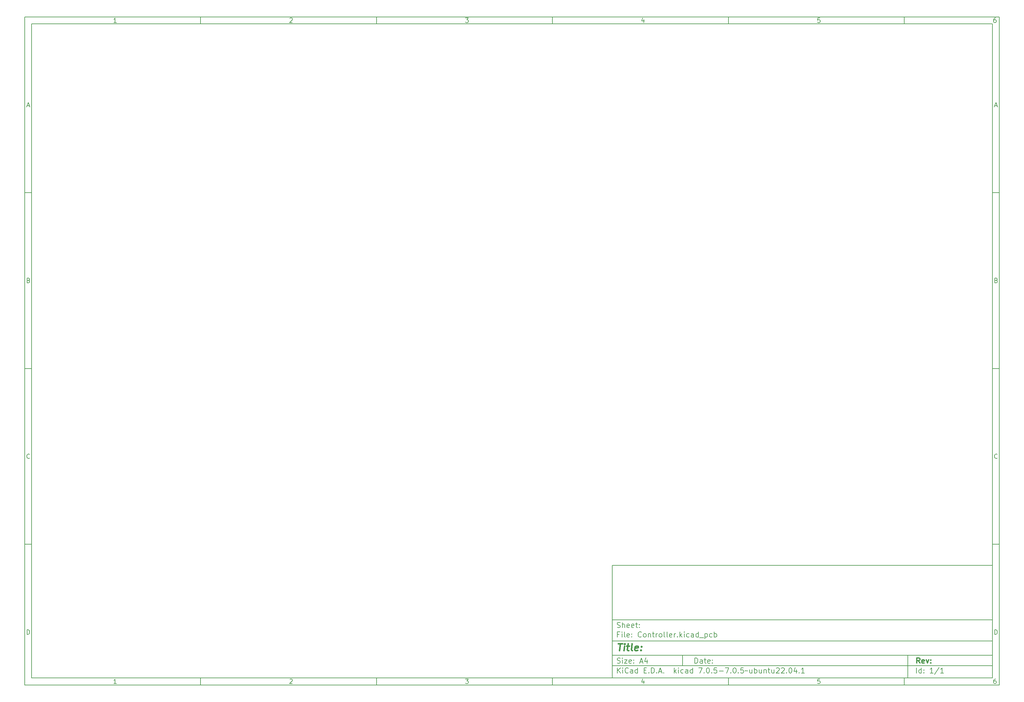
<source format=gbr>
%TF.GenerationSoftware,KiCad,Pcbnew,7.0.5-7.0.5~ubuntu22.04.1*%
%TF.CreationDate,2023-06-29T11:19:58+05:30*%
%TF.ProjectId,Controller,436f6e74-726f-46c6-9c65-722e6b696361,rev?*%
%TF.SameCoordinates,Original*%
%TF.FileFunction,Paste,Top*%
%TF.FilePolarity,Positive*%
%FSLAX46Y46*%
G04 Gerber Fmt 4.6, Leading zero omitted, Abs format (unit mm)*
G04 Created by KiCad (PCBNEW 7.0.5-7.0.5~ubuntu22.04.1) date 2023-06-29 11:19:58*
%MOMM*%
%LPD*%
G01*
G04 APERTURE LIST*
%ADD10C,0.100000*%
%ADD11C,0.150000*%
%ADD12C,0.300000*%
%ADD13C,0.400000*%
G04 APERTURE END LIST*
D10*
D11*
X177002200Y-166007200D02*
X285002200Y-166007200D01*
X285002200Y-198007200D01*
X177002200Y-198007200D01*
X177002200Y-166007200D01*
D10*
D11*
X10000000Y-10000000D02*
X287002200Y-10000000D01*
X287002200Y-200007200D01*
X10000000Y-200007200D01*
X10000000Y-10000000D01*
D10*
D11*
X12000000Y-12000000D02*
X285002200Y-12000000D01*
X285002200Y-198007200D01*
X12000000Y-198007200D01*
X12000000Y-12000000D01*
D10*
D11*
X60000000Y-12000000D02*
X60000000Y-10000000D01*
D10*
D11*
X110000000Y-12000000D02*
X110000000Y-10000000D01*
D10*
D11*
X160000000Y-12000000D02*
X160000000Y-10000000D01*
D10*
D11*
X210000000Y-12000000D02*
X210000000Y-10000000D01*
D10*
D11*
X260000000Y-12000000D02*
X260000000Y-10000000D01*
D10*
D11*
X36089160Y-11593604D02*
X35346303Y-11593604D01*
X35717731Y-11593604D02*
X35717731Y-10293604D01*
X35717731Y-10293604D02*
X35593922Y-10479319D01*
X35593922Y-10479319D02*
X35470112Y-10603128D01*
X35470112Y-10603128D02*
X35346303Y-10665033D01*
D10*
D11*
X85346303Y-10417414D02*
X85408207Y-10355509D01*
X85408207Y-10355509D02*
X85532017Y-10293604D01*
X85532017Y-10293604D02*
X85841541Y-10293604D01*
X85841541Y-10293604D02*
X85965350Y-10355509D01*
X85965350Y-10355509D02*
X86027255Y-10417414D01*
X86027255Y-10417414D02*
X86089160Y-10541223D01*
X86089160Y-10541223D02*
X86089160Y-10665033D01*
X86089160Y-10665033D02*
X86027255Y-10850747D01*
X86027255Y-10850747D02*
X85284398Y-11593604D01*
X85284398Y-11593604D02*
X86089160Y-11593604D01*
D10*
D11*
X135284398Y-10293604D02*
X136089160Y-10293604D01*
X136089160Y-10293604D02*
X135655826Y-10788842D01*
X135655826Y-10788842D02*
X135841541Y-10788842D01*
X135841541Y-10788842D02*
X135965350Y-10850747D01*
X135965350Y-10850747D02*
X136027255Y-10912652D01*
X136027255Y-10912652D02*
X136089160Y-11036461D01*
X136089160Y-11036461D02*
X136089160Y-11345985D01*
X136089160Y-11345985D02*
X136027255Y-11469795D01*
X136027255Y-11469795D02*
X135965350Y-11531700D01*
X135965350Y-11531700D02*
X135841541Y-11593604D01*
X135841541Y-11593604D02*
X135470112Y-11593604D01*
X135470112Y-11593604D02*
X135346303Y-11531700D01*
X135346303Y-11531700D02*
X135284398Y-11469795D01*
D10*
D11*
X185965350Y-10726938D02*
X185965350Y-11593604D01*
X185655826Y-10231700D02*
X185346303Y-11160271D01*
X185346303Y-11160271D02*
X186151064Y-11160271D01*
D10*
D11*
X236027255Y-10293604D02*
X235408207Y-10293604D01*
X235408207Y-10293604D02*
X235346303Y-10912652D01*
X235346303Y-10912652D02*
X235408207Y-10850747D01*
X235408207Y-10850747D02*
X235532017Y-10788842D01*
X235532017Y-10788842D02*
X235841541Y-10788842D01*
X235841541Y-10788842D02*
X235965350Y-10850747D01*
X235965350Y-10850747D02*
X236027255Y-10912652D01*
X236027255Y-10912652D02*
X236089160Y-11036461D01*
X236089160Y-11036461D02*
X236089160Y-11345985D01*
X236089160Y-11345985D02*
X236027255Y-11469795D01*
X236027255Y-11469795D02*
X235965350Y-11531700D01*
X235965350Y-11531700D02*
X235841541Y-11593604D01*
X235841541Y-11593604D02*
X235532017Y-11593604D01*
X235532017Y-11593604D02*
X235408207Y-11531700D01*
X235408207Y-11531700D02*
X235346303Y-11469795D01*
D10*
D11*
X285965350Y-10293604D02*
X285717731Y-10293604D01*
X285717731Y-10293604D02*
X285593922Y-10355509D01*
X285593922Y-10355509D02*
X285532017Y-10417414D01*
X285532017Y-10417414D02*
X285408207Y-10603128D01*
X285408207Y-10603128D02*
X285346303Y-10850747D01*
X285346303Y-10850747D02*
X285346303Y-11345985D01*
X285346303Y-11345985D02*
X285408207Y-11469795D01*
X285408207Y-11469795D02*
X285470112Y-11531700D01*
X285470112Y-11531700D02*
X285593922Y-11593604D01*
X285593922Y-11593604D02*
X285841541Y-11593604D01*
X285841541Y-11593604D02*
X285965350Y-11531700D01*
X285965350Y-11531700D02*
X286027255Y-11469795D01*
X286027255Y-11469795D02*
X286089160Y-11345985D01*
X286089160Y-11345985D02*
X286089160Y-11036461D01*
X286089160Y-11036461D02*
X286027255Y-10912652D01*
X286027255Y-10912652D02*
X285965350Y-10850747D01*
X285965350Y-10850747D02*
X285841541Y-10788842D01*
X285841541Y-10788842D02*
X285593922Y-10788842D01*
X285593922Y-10788842D02*
X285470112Y-10850747D01*
X285470112Y-10850747D02*
X285408207Y-10912652D01*
X285408207Y-10912652D02*
X285346303Y-11036461D01*
D10*
D11*
X60000000Y-198007200D02*
X60000000Y-200007200D01*
D10*
D11*
X110000000Y-198007200D02*
X110000000Y-200007200D01*
D10*
D11*
X160000000Y-198007200D02*
X160000000Y-200007200D01*
D10*
D11*
X210000000Y-198007200D02*
X210000000Y-200007200D01*
D10*
D11*
X260000000Y-198007200D02*
X260000000Y-200007200D01*
D10*
D11*
X36089160Y-199600804D02*
X35346303Y-199600804D01*
X35717731Y-199600804D02*
X35717731Y-198300804D01*
X35717731Y-198300804D02*
X35593922Y-198486519D01*
X35593922Y-198486519D02*
X35470112Y-198610328D01*
X35470112Y-198610328D02*
X35346303Y-198672233D01*
D10*
D11*
X85346303Y-198424614D02*
X85408207Y-198362709D01*
X85408207Y-198362709D02*
X85532017Y-198300804D01*
X85532017Y-198300804D02*
X85841541Y-198300804D01*
X85841541Y-198300804D02*
X85965350Y-198362709D01*
X85965350Y-198362709D02*
X86027255Y-198424614D01*
X86027255Y-198424614D02*
X86089160Y-198548423D01*
X86089160Y-198548423D02*
X86089160Y-198672233D01*
X86089160Y-198672233D02*
X86027255Y-198857947D01*
X86027255Y-198857947D02*
X85284398Y-199600804D01*
X85284398Y-199600804D02*
X86089160Y-199600804D01*
D10*
D11*
X135284398Y-198300804D02*
X136089160Y-198300804D01*
X136089160Y-198300804D02*
X135655826Y-198796042D01*
X135655826Y-198796042D02*
X135841541Y-198796042D01*
X135841541Y-198796042D02*
X135965350Y-198857947D01*
X135965350Y-198857947D02*
X136027255Y-198919852D01*
X136027255Y-198919852D02*
X136089160Y-199043661D01*
X136089160Y-199043661D02*
X136089160Y-199353185D01*
X136089160Y-199353185D02*
X136027255Y-199476995D01*
X136027255Y-199476995D02*
X135965350Y-199538900D01*
X135965350Y-199538900D02*
X135841541Y-199600804D01*
X135841541Y-199600804D02*
X135470112Y-199600804D01*
X135470112Y-199600804D02*
X135346303Y-199538900D01*
X135346303Y-199538900D02*
X135284398Y-199476995D01*
D10*
D11*
X185965350Y-198734138D02*
X185965350Y-199600804D01*
X185655826Y-198238900D02*
X185346303Y-199167471D01*
X185346303Y-199167471D02*
X186151064Y-199167471D01*
D10*
D11*
X236027255Y-198300804D02*
X235408207Y-198300804D01*
X235408207Y-198300804D02*
X235346303Y-198919852D01*
X235346303Y-198919852D02*
X235408207Y-198857947D01*
X235408207Y-198857947D02*
X235532017Y-198796042D01*
X235532017Y-198796042D02*
X235841541Y-198796042D01*
X235841541Y-198796042D02*
X235965350Y-198857947D01*
X235965350Y-198857947D02*
X236027255Y-198919852D01*
X236027255Y-198919852D02*
X236089160Y-199043661D01*
X236089160Y-199043661D02*
X236089160Y-199353185D01*
X236089160Y-199353185D02*
X236027255Y-199476995D01*
X236027255Y-199476995D02*
X235965350Y-199538900D01*
X235965350Y-199538900D02*
X235841541Y-199600804D01*
X235841541Y-199600804D02*
X235532017Y-199600804D01*
X235532017Y-199600804D02*
X235408207Y-199538900D01*
X235408207Y-199538900D02*
X235346303Y-199476995D01*
D10*
D11*
X285965350Y-198300804D02*
X285717731Y-198300804D01*
X285717731Y-198300804D02*
X285593922Y-198362709D01*
X285593922Y-198362709D02*
X285532017Y-198424614D01*
X285532017Y-198424614D02*
X285408207Y-198610328D01*
X285408207Y-198610328D02*
X285346303Y-198857947D01*
X285346303Y-198857947D02*
X285346303Y-199353185D01*
X285346303Y-199353185D02*
X285408207Y-199476995D01*
X285408207Y-199476995D02*
X285470112Y-199538900D01*
X285470112Y-199538900D02*
X285593922Y-199600804D01*
X285593922Y-199600804D02*
X285841541Y-199600804D01*
X285841541Y-199600804D02*
X285965350Y-199538900D01*
X285965350Y-199538900D02*
X286027255Y-199476995D01*
X286027255Y-199476995D02*
X286089160Y-199353185D01*
X286089160Y-199353185D02*
X286089160Y-199043661D01*
X286089160Y-199043661D02*
X286027255Y-198919852D01*
X286027255Y-198919852D02*
X285965350Y-198857947D01*
X285965350Y-198857947D02*
X285841541Y-198796042D01*
X285841541Y-198796042D02*
X285593922Y-198796042D01*
X285593922Y-198796042D02*
X285470112Y-198857947D01*
X285470112Y-198857947D02*
X285408207Y-198919852D01*
X285408207Y-198919852D02*
X285346303Y-199043661D01*
D10*
D11*
X10000000Y-60000000D02*
X12000000Y-60000000D01*
D10*
D11*
X10000000Y-110000000D02*
X12000000Y-110000000D01*
D10*
D11*
X10000000Y-160000000D02*
X12000000Y-160000000D01*
D10*
D11*
X10690476Y-35222176D02*
X11309523Y-35222176D01*
X10566666Y-35593604D02*
X10999999Y-34293604D01*
X10999999Y-34293604D02*
X11433333Y-35593604D01*
D10*
D11*
X11092857Y-84912652D02*
X11278571Y-84974557D01*
X11278571Y-84974557D02*
X11340476Y-85036461D01*
X11340476Y-85036461D02*
X11402380Y-85160271D01*
X11402380Y-85160271D02*
X11402380Y-85345985D01*
X11402380Y-85345985D02*
X11340476Y-85469795D01*
X11340476Y-85469795D02*
X11278571Y-85531700D01*
X11278571Y-85531700D02*
X11154761Y-85593604D01*
X11154761Y-85593604D02*
X10659523Y-85593604D01*
X10659523Y-85593604D02*
X10659523Y-84293604D01*
X10659523Y-84293604D02*
X11092857Y-84293604D01*
X11092857Y-84293604D02*
X11216666Y-84355509D01*
X11216666Y-84355509D02*
X11278571Y-84417414D01*
X11278571Y-84417414D02*
X11340476Y-84541223D01*
X11340476Y-84541223D02*
X11340476Y-84665033D01*
X11340476Y-84665033D02*
X11278571Y-84788842D01*
X11278571Y-84788842D02*
X11216666Y-84850747D01*
X11216666Y-84850747D02*
X11092857Y-84912652D01*
X11092857Y-84912652D02*
X10659523Y-84912652D01*
D10*
D11*
X11402380Y-135469795D02*
X11340476Y-135531700D01*
X11340476Y-135531700D02*
X11154761Y-135593604D01*
X11154761Y-135593604D02*
X11030952Y-135593604D01*
X11030952Y-135593604D02*
X10845238Y-135531700D01*
X10845238Y-135531700D02*
X10721428Y-135407890D01*
X10721428Y-135407890D02*
X10659523Y-135284080D01*
X10659523Y-135284080D02*
X10597619Y-135036461D01*
X10597619Y-135036461D02*
X10597619Y-134850747D01*
X10597619Y-134850747D02*
X10659523Y-134603128D01*
X10659523Y-134603128D02*
X10721428Y-134479319D01*
X10721428Y-134479319D02*
X10845238Y-134355509D01*
X10845238Y-134355509D02*
X11030952Y-134293604D01*
X11030952Y-134293604D02*
X11154761Y-134293604D01*
X11154761Y-134293604D02*
X11340476Y-134355509D01*
X11340476Y-134355509D02*
X11402380Y-134417414D01*
D10*
D11*
X10659523Y-185593604D02*
X10659523Y-184293604D01*
X10659523Y-184293604D02*
X10969047Y-184293604D01*
X10969047Y-184293604D02*
X11154761Y-184355509D01*
X11154761Y-184355509D02*
X11278571Y-184479319D01*
X11278571Y-184479319D02*
X11340476Y-184603128D01*
X11340476Y-184603128D02*
X11402380Y-184850747D01*
X11402380Y-184850747D02*
X11402380Y-185036461D01*
X11402380Y-185036461D02*
X11340476Y-185284080D01*
X11340476Y-185284080D02*
X11278571Y-185407890D01*
X11278571Y-185407890D02*
X11154761Y-185531700D01*
X11154761Y-185531700D02*
X10969047Y-185593604D01*
X10969047Y-185593604D02*
X10659523Y-185593604D01*
D10*
D11*
X287002200Y-60000000D02*
X285002200Y-60000000D01*
D10*
D11*
X287002200Y-110000000D02*
X285002200Y-110000000D01*
D10*
D11*
X287002200Y-160000000D02*
X285002200Y-160000000D01*
D10*
D11*
X285692676Y-35222176D02*
X286311723Y-35222176D01*
X285568866Y-35593604D02*
X286002199Y-34293604D01*
X286002199Y-34293604D02*
X286435533Y-35593604D01*
D10*
D11*
X286095057Y-84912652D02*
X286280771Y-84974557D01*
X286280771Y-84974557D02*
X286342676Y-85036461D01*
X286342676Y-85036461D02*
X286404580Y-85160271D01*
X286404580Y-85160271D02*
X286404580Y-85345985D01*
X286404580Y-85345985D02*
X286342676Y-85469795D01*
X286342676Y-85469795D02*
X286280771Y-85531700D01*
X286280771Y-85531700D02*
X286156961Y-85593604D01*
X286156961Y-85593604D02*
X285661723Y-85593604D01*
X285661723Y-85593604D02*
X285661723Y-84293604D01*
X285661723Y-84293604D02*
X286095057Y-84293604D01*
X286095057Y-84293604D02*
X286218866Y-84355509D01*
X286218866Y-84355509D02*
X286280771Y-84417414D01*
X286280771Y-84417414D02*
X286342676Y-84541223D01*
X286342676Y-84541223D02*
X286342676Y-84665033D01*
X286342676Y-84665033D02*
X286280771Y-84788842D01*
X286280771Y-84788842D02*
X286218866Y-84850747D01*
X286218866Y-84850747D02*
X286095057Y-84912652D01*
X286095057Y-84912652D02*
X285661723Y-84912652D01*
D10*
D11*
X286404580Y-135469795D02*
X286342676Y-135531700D01*
X286342676Y-135531700D02*
X286156961Y-135593604D01*
X286156961Y-135593604D02*
X286033152Y-135593604D01*
X286033152Y-135593604D02*
X285847438Y-135531700D01*
X285847438Y-135531700D02*
X285723628Y-135407890D01*
X285723628Y-135407890D02*
X285661723Y-135284080D01*
X285661723Y-135284080D02*
X285599819Y-135036461D01*
X285599819Y-135036461D02*
X285599819Y-134850747D01*
X285599819Y-134850747D02*
X285661723Y-134603128D01*
X285661723Y-134603128D02*
X285723628Y-134479319D01*
X285723628Y-134479319D02*
X285847438Y-134355509D01*
X285847438Y-134355509D02*
X286033152Y-134293604D01*
X286033152Y-134293604D02*
X286156961Y-134293604D01*
X286156961Y-134293604D02*
X286342676Y-134355509D01*
X286342676Y-134355509D02*
X286404580Y-134417414D01*
D10*
D11*
X285661723Y-185593604D02*
X285661723Y-184293604D01*
X285661723Y-184293604D02*
X285971247Y-184293604D01*
X285971247Y-184293604D02*
X286156961Y-184355509D01*
X286156961Y-184355509D02*
X286280771Y-184479319D01*
X286280771Y-184479319D02*
X286342676Y-184603128D01*
X286342676Y-184603128D02*
X286404580Y-184850747D01*
X286404580Y-184850747D02*
X286404580Y-185036461D01*
X286404580Y-185036461D02*
X286342676Y-185284080D01*
X286342676Y-185284080D02*
X286280771Y-185407890D01*
X286280771Y-185407890D02*
X286156961Y-185531700D01*
X286156961Y-185531700D02*
X285971247Y-185593604D01*
X285971247Y-185593604D02*
X285661723Y-185593604D01*
D10*
D11*
X200458026Y-193793328D02*
X200458026Y-192293328D01*
X200458026Y-192293328D02*
X200815169Y-192293328D01*
X200815169Y-192293328D02*
X201029455Y-192364757D01*
X201029455Y-192364757D02*
X201172312Y-192507614D01*
X201172312Y-192507614D02*
X201243741Y-192650471D01*
X201243741Y-192650471D02*
X201315169Y-192936185D01*
X201315169Y-192936185D02*
X201315169Y-193150471D01*
X201315169Y-193150471D02*
X201243741Y-193436185D01*
X201243741Y-193436185D02*
X201172312Y-193579042D01*
X201172312Y-193579042D02*
X201029455Y-193721900D01*
X201029455Y-193721900D02*
X200815169Y-193793328D01*
X200815169Y-193793328D02*
X200458026Y-193793328D01*
X202600884Y-193793328D02*
X202600884Y-193007614D01*
X202600884Y-193007614D02*
X202529455Y-192864757D01*
X202529455Y-192864757D02*
X202386598Y-192793328D01*
X202386598Y-192793328D02*
X202100884Y-192793328D01*
X202100884Y-192793328D02*
X201958026Y-192864757D01*
X202600884Y-193721900D02*
X202458026Y-193793328D01*
X202458026Y-193793328D02*
X202100884Y-193793328D01*
X202100884Y-193793328D02*
X201958026Y-193721900D01*
X201958026Y-193721900D02*
X201886598Y-193579042D01*
X201886598Y-193579042D02*
X201886598Y-193436185D01*
X201886598Y-193436185D02*
X201958026Y-193293328D01*
X201958026Y-193293328D02*
X202100884Y-193221900D01*
X202100884Y-193221900D02*
X202458026Y-193221900D01*
X202458026Y-193221900D02*
X202600884Y-193150471D01*
X203100884Y-192793328D02*
X203672312Y-192793328D01*
X203315169Y-192293328D02*
X203315169Y-193579042D01*
X203315169Y-193579042D02*
X203386598Y-193721900D01*
X203386598Y-193721900D02*
X203529455Y-193793328D01*
X203529455Y-193793328D02*
X203672312Y-193793328D01*
X204743741Y-193721900D02*
X204600884Y-193793328D01*
X204600884Y-193793328D02*
X204315170Y-193793328D01*
X204315170Y-193793328D02*
X204172312Y-193721900D01*
X204172312Y-193721900D02*
X204100884Y-193579042D01*
X204100884Y-193579042D02*
X204100884Y-193007614D01*
X204100884Y-193007614D02*
X204172312Y-192864757D01*
X204172312Y-192864757D02*
X204315170Y-192793328D01*
X204315170Y-192793328D02*
X204600884Y-192793328D01*
X204600884Y-192793328D02*
X204743741Y-192864757D01*
X204743741Y-192864757D02*
X204815170Y-193007614D01*
X204815170Y-193007614D02*
X204815170Y-193150471D01*
X204815170Y-193150471D02*
X204100884Y-193293328D01*
X205458026Y-193650471D02*
X205529455Y-193721900D01*
X205529455Y-193721900D02*
X205458026Y-193793328D01*
X205458026Y-193793328D02*
X205386598Y-193721900D01*
X205386598Y-193721900D02*
X205458026Y-193650471D01*
X205458026Y-193650471D02*
X205458026Y-193793328D01*
X205458026Y-192864757D02*
X205529455Y-192936185D01*
X205529455Y-192936185D02*
X205458026Y-193007614D01*
X205458026Y-193007614D02*
X205386598Y-192936185D01*
X205386598Y-192936185D02*
X205458026Y-192864757D01*
X205458026Y-192864757D02*
X205458026Y-193007614D01*
D10*
D11*
X177002200Y-194507200D02*
X285002200Y-194507200D01*
D10*
D11*
X178458026Y-196593328D02*
X178458026Y-195093328D01*
X179315169Y-196593328D02*
X178672312Y-195736185D01*
X179315169Y-195093328D02*
X178458026Y-195950471D01*
X179958026Y-196593328D02*
X179958026Y-195593328D01*
X179958026Y-195093328D02*
X179886598Y-195164757D01*
X179886598Y-195164757D02*
X179958026Y-195236185D01*
X179958026Y-195236185D02*
X180029455Y-195164757D01*
X180029455Y-195164757D02*
X179958026Y-195093328D01*
X179958026Y-195093328D02*
X179958026Y-195236185D01*
X181529455Y-196450471D02*
X181458027Y-196521900D01*
X181458027Y-196521900D02*
X181243741Y-196593328D01*
X181243741Y-196593328D02*
X181100884Y-196593328D01*
X181100884Y-196593328D02*
X180886598Y-196521900D01*
X180886598Y-196521900D02*
X180743741Y-196379042D01*
X180743741Y-196379042D02*
X180672312Y-196236185D01*
X180672312Y-196236185D02*
X180600884Y-195950471D01*
X180600884Y-195950471D02*
X180600884Y-195736185D01*
X180600884Y-195736185D02*
X180672312Y-195450471D01*
X180672312Y-195450471D02*
X180743741Y-195307614D01*
X180743741Y-195307614D02*
X180886598Y-195164757D01*
X180886598Y-195164757D02*
X181100884Y-195093328D01*
X181100884Y-195093328D02*
X181243741Y-195093328D01*
X181243741Y-195093328D02*
X181458027Y-195164757D01*
X181458027Y-195164757D02*
X181529455Y-195236185D01*
X182815170Y-196593328D02*
X182815170Y-195807614D01*
X182815170Y-195807614D02*
X182743741Y-195664757D01*
X182743741Y-195664757D02*
X182600884Y-195593328D01*
X182600884Y-195593328D02*
X182315170Y-195593328D01*
X182315170Y-195593328D02*
X182172312Y-195664757D01*
X182815170Y-196521900D02*
X182672312Y-196593328D01*
X182672312Y-196593328D02*
X182315170Y-196593328D01*
X182315170Y-196593328D02*
X182172312Y-196521900D01*
X182172312Y-196521900D02*
X182100884Y-196379042D01*
X182100884Y-196379042D02*
X182100884Y-196236185D01*
X182100884Y-196236185D02*
X182172312Y-196093328D01*
X182172312Y-196093328D02*
X182315170Y-196021900D01*
X182315170Y-196021900D02*
X182672312Y-196021900D01*
X182672312Y-196021900D02*
X182815170Y-195950471D01*
X184172313Y-196593328D02*
X184172313Y-195093328D01*
X184172313Y-196521900D02*
X184029455Y-196593328D01*
X184029455Y-196593328D02*
X183743741Y-196593328D01*
X183743741Y-196593328D02*
X183600884Y-196521900D01*
X183600884Y-196521900D02*
X183529455Y-196450471D01*
X183529455Y-196450471D02*
X183458027Y-196307614D01*
X183458027Y-196307614D02*
X183458027Y-195879042D01*
X183458027Y-195879042D02*
X183529455Y-195736185D01*
X183529455Y-195736185D02*
X183600884Y-195664757D01*
X183600884Y-195664757D02*
X183743741Y-195593328D01*
X183743741Y-195593328D02*
X184029455Y-195593328D01*
X184029455Y-195593328D02*
X184172313Y-195664757D01*
X186029455Y-195807614D02*
X186529455Y-195807614D01*
X186743741Y-196593328D02*
X186029455Y-196593328D01*
X186029455Y-196593328D02*
X186029455Y-195093328D01*
X186029455Y-195093328D02*
X186743741Y-195093328D01*
X187386598Y-196450471D02*
X187458027Y-196521900D01*
X187458027Y-196521900D02*
X187386598Y-196593328D01*
X187386598Y-196593328D02*
X187315170Y-196521900D01*
X187315170Y-196521900D02*
X187386598Y-196450471D01*
X187386598Y-196450471D02*
X187386598Y-196593328D01*
X188100884Y-196593328D02*
X188100884Y-195093328D01*
X188100884Y-195093328D02*
X188458027Y-195093328D01*
X188458027Y-195093328D02*
X188672313Y-195164757D01*
X188672313Y-195164757D02*
X188815170Y-195307614D01*
X188815170Y-195307614D02*
X188886599Y-195450471D01*
X188886599Y-195450471D02*
X188958027Y-195736185D01*
X188958027Y-195736185D02*
X188958027Y-195950471D01*
X188958027Y-195950471D02*
X188886599Y-196236185D01*
X188886599Y-196236185D02*
X188815170Y-196379042D01*
X188815170Y-196379042D02*
X188672313Y-196521900D01*
X188672313Y-196521900D02*
X188458027Y-196593328D01*
X188458027Y-196593328D02*
X188100884Y-196593328D01*
X189600884Y-196450471D02*
X189672313Y-196521900D01*
X189672313Y-196521900D02*
X189600884Y-196593328D01*
X189600884Y-196593328D02*
X189529456Y-196521900D01*
X189529456Y-196521900D02*
X189600884Y-196450471D01*
X189600884Y-196450471D02*
X189600884Y-196593328D01*
X190243742Y-196164757D02*
X190958028Y-196164757D01*
X190100885Y-196593328D02*
X190600885Y-195093328D01*
X190600885Y-195093328D02*
X191100885Y-196593328D01*
X191600884Y-196450471D02*
X191672313Y-196521900D01*
X191672313Y-196521900D02*
X191600884Y-196593328D01*
X191600884Y-196593328D02*
X191529456Y-196521900D01*
X191529456Y-196521900D02*
X191600884Y-196450471D01*
X191600884Y-196450471D02*
X191600884Y-196593328D01*
X194600884Y-196593328D02*
X194600884Y-195093328D01*
X194743742Y-196021900D02*
X195172313Y-196593328D01*
X195172313Y-195593328D02*
X194600884Y-196164757D01*
X195815170Y-196593328D02*
X195815170Y-195593328D01*
X195815170Y-195093328D02*
X195743742Y-195164757D01*
X195743742Y-195164757D02*
X195815170Y-195236185D01*
X195815170Y-195236185D02*
X195886599Y-195164757D01*
X195886599Y-195164757D02*
X195815170Y-195093328D01*
X195815170Y-195093328D02*
X195815170Y-195236185D01*
X197172314Y-196521900D02*
X197029456Y-196593328D01*
X197029456Y-196593328D02*
X196743742Y-196593328D01*
X196743742Y-196593328D02*
X196600885Y-196521900D01*
X196600885Y-196521900D02*
X196529456Y-196450471D01*
X196529456Y-196450471D02*
X196458028Y-196307614D01*
X196458028Y-196307614D02*
X196458028Y-195879042D01*
X196458028Y-195879042D02*
X196529456Y-195736185D01*
X196529456Y-195736185D02*
X196600885Y-195664757D01*
X196600885Y-195664757D02*
X196743742Y-195593328D01*
X196743742Y-195593328D02*
X197029456Y-195593328D01*
X197029456Y-195593328D02*
X197172314Y-195664757D01*
X198458028Y-196593328D02*
X198458028Y-195807614D01*
X198458028Y-195807614D02*
X198386599Y-195664757D01*
X198386599Y-195664757D02*
X198243742Y-195593328D01*
X198243742Y-195593328D02*
X197958028Y-195593328D01*
X197958028Y-195593328D02*
X197815170Y-195664757D01*
X198458028Y-196521900D02*
X198315170Y-196593328D01*
X198315170Y-196593328D02*
X197958028Y-196593328D01*
X197958028Y-196593328D02*
X197815170Y-196521900D01*
X197815170Y-196521900D02*
X197743742Y-196379042D01*
X197743742Y-196379042D02*
X197743742Y-196236185D01*
X197743742Y-196236185D02*
X197815170Y-196093328D01*
X197815170Y-196093328D02*
X197958028Y-196021900D01*
X197958028Y-196021900D02*
X198315170Y-196021900D01*
X198315170Y-196021900D02*
X198458028Y-195950471D01*
X199815171Y-196593328D02*
X199815171Y-195093328D01*
X199815171Y-196521900D02*
X199672313Y-196593328D01*
X199672313Y-196593328D02*
X199386599Y-196593328D01*
X199386599Y-196593328D02*
X199243742Y-196521900D01*
X199243742Y-196521900D02*
X199172313Y-196450471D01*
X199172313Y-196450471D02*
X199100885Y-196307614D01*
X199100885Y-196307614D02*
X199100885Y-195879042D01*
X199100885Y-195879042D02*
X199172313Y-195736185D01*
X199172313Y-195736185D02*
X199243742Y-195664757D01*
X199243742Y-195664757D02*
X199386599Y-195593328D01*
X199386599Y-195593328D02*
X199672313Y-195593328D01*
X199672313Y-195593328D02*
X199815171Y-195664757D01*
X201529456Y-195093328D02*
X202529456Y-195093328D01*
X202529456Y-195093328D02*
X201886599Y-196593328D01*
X203100884Y-196450471D02*
X203172313Y-196521900D01*
X203172313Y-196521900D02*
X203100884Y-196593328D01*
X203100884Y-196593328D02*
X203029456Y-196521900D01*
X203029456Y-196521900D02*
X203100884Y-196450471D01*
X203100884Y-196450471D02*
X203100884Y-196593328D01*
X204100885Y-195093328D02*
X204243742Y-195093328D01*
X204243742Y-195093328D02*
X204386599Y-195164757D01*
X204386599Y-195164757D02*
X204458028Y-195236185D01*
X204458028Y-195236185D02*
X204529456Y-195379042D01*
X204529456Y-195379042D02*
X204600885Y-195664757D01*
X204600885Y-195664757D02*
X204600885Y-196021900D01*
X204600885Y-196021900D02*
X204529456Y-196307614D01*
X204529456Y-196307614D02*
X204458028Y-196450471D01*
X204458028Y-196450471D02*
X204386599Y-196521900D01*
X204386599Y-196521900D02*
X204243742Y-196593328D01*
X204243742Y-196593328D02*
X204100885Y-196593328D01*
X204100885Y-196593328D02*
X203958028Y-196521900D01*
X203958028Y-196521900D02*
X203886599Y-196450471D01*
X203886599Y-196450471D02*
X203815170Y-196307614D01*
X203815170Y-196307614D02*
X203743742Y-196021900D01*
X203743742Y-196021900D02*
X203743742Y-195664757D01*
X203743742Y-195664757D02*
X203815170Y-195379042D01*
X203815170Y-195379042D02*
X203886599Y-195236185D01*
X203886599Y-195236185D02*
X203958028Y-195164757D01*
X203958028Y-195164757D02*
X204100885Y-195093328D01*
X205243741Y-196450471D02*
X205315170Y-196521900D01*
X205315170Y-196521900D02*
X205243741Y-196593328D01*
X205243741Y-196593328D02*
X205172313Y-196521900D01*
X205172313Y-196521900D02*
X205243741Y-196450471D01*
X205243741Y-196450471D02*
X205243741Y-196593328D01*
X206672313Y-195093328D02*
X205958027Y-195093328D01*
X205958027Y-195093328D02*
X205886599Y-195807614D01*
X205886599Y-195807614D02*
X205958027Y-195736185D01*
X205958027Y-195736185D02*
X206100885Y-195664757D01*
X206100885Y-195664757D02*
X206458027Y-195664757D01*
X206458027Y-195664757D02*
X206600885Y-195736185D01*
X206600885Y-195736185D02*
X206672313Y-195807614D01*
X206672313Y-195807614D02*
X206743742Y-195950471D01*
X206743742Y-195950471D02*
X206743742Y-196307614D01*
X206743742Y-196307614D02*
X206672313Y-196450471D01*
X206672313Y-196450471D02*
X206600885Y-196521900D01*
X206600885Y-196521900D02*
X206458027Y-196593328D01*
X206458027Y-196593328D02*
X206100885Y-196593328D01*
X206100885Y-196593328D02*
X205958027Y-196521900D01*
X205958027Y-196521900D02*
X205886599Y-196450471D01*
X207386598Y-196021900D02*
X208529456Y-196021900D01*
X209100884Y-195093328D02*
X210100884Y-195093328D01*
X210100884Y-195093328D02*
X209458027Y-196593328D01*
X210672312Y-196450471D02*
X210743741Y-196521900D01*
X210743741Y-196521900D02*
X210672312Y-196593328D01*
X210672312Y-196593328D02*
X210600884Y-196521900D01*
X210600884Y-196521900D02*
X210672312Y-196450471D01*
X210672312Y-196450471D02*
X210672312Y-196593328D01*
X211672313Y-195093328D02*
X211815170Y-195093328D01*
X211815170Y-195093328D02*
X211958027Y-195164757D01*
X211958027Y-195164757D02*
X212029456Y-195236185D01*
X212029456Y-195236185D02*
X212100884Y-195379042D01*
X212100884Y-195379042D02*
X212172313Y-195664757D01*
X212172313Y-195664757D02*
X212172313Y-196021900D01*
X212172313Y-196021900D02*
X212100884Y-196307614D01*
X212100884Y-196307614D02*
X212029456Y-196450471D01*
X212029456Y-196450471D02*
X211958027Y-196521900D01*
X211958027Y-196521900D02*
X211815170Y-196593328D01*
X211815170Y-196593328D02*
X211672313Y-196593328D01*
X211672313Y-196593328D02*
X211529456Y-196521900D01*
X211529456Y-196521900D02*
X211458027Y-196450471D01*
X211458027Y-196450471D02*
X211386598Y-196307614D01*
X211386598Y-196307614D02*
X211315170Y-196021900D01*
X211315170Y-196021900D02*
X211315170Y-195664757D01*
X211315170Y-195664757D02*
X211386598Y-195379042D01*
X211386598Y-195379042D02*
X211458027Y-195236185D01*
X211458027Y-195236185D02*
X211529456Y-195164757D01*
X211529456Y-195164757D02*
X211672313Y-195093328D01*
X212815169Y-196450471D02*
X212886598Y-196521900D01*
X212886598Y-196521900D02*
X212815169Y-196593328D01*
X212815169Y-196593328D02*
X212743741Y-196521900D01*
X212743741Y-196521900D02*
X212815169Y-196450471D01*
X212815169Y-196450471D02*
X212815169Y-196593328D01*
X214243741Y-195093328D02*
X213529455Y-195093328D01*
X213529455Y-195093328D02*
X213458027Y-195807614D01*
X213458027Y-195807614D02*
X213529455Y-195736185D01*
X213529455Y-195736185D02*
X213672313Y-195664757D01*
X213672313Y-195664757D02*
X214029455Y-195664757D01*
X214029455Y-195664757D02*
X214172313Y-195736185D01*
X214172313Y-195736185D02*
X214243741Y-195807614D01*
X214243741Y-195807614D02*
X214315170Y-195950471D01*
X214315170Y-195950471D02*
X214315170Y-196307614D01*
X214315170Y-196307614D02*
X214243741Y-196450471D01*
X214243741Y-196450471D02*
X214172313Y-196521900D01*
X214172313Y-196521900D02*
X214029455Y-196593328D01*
X214029455Y-196593328D02*
X213672313Y-196593328D01*
X213672313Y-196593328D02*
X213529455Y-196521900D01*
X213529455Y-196521900D02*
X213458027Y-196450471D01*
X214743741Y-196021900D02*
X214815169Y-195950471D01*
X214815169Y-195950471D02*
X214958026Y-195879042D01*
X214958026Y-195879042D02*
X215243741Y-196021900D01*
X215243741Y-196021900D02*
X215386598Y-195950471D01*
X215386598Y-195950471D02*
X215458026Y-195879042D01*
X216672313Y-195593328D02*
X216672313Y-196593328D01*
X216029455Y-195593328D02*
X216029455Y-196379042D01*
X216029455Y-196379042D02*
X216100884Y-196521900D01*
X216100884Y-196521900D02*
X216243741Y-196593328D01*
X216243741Y-196593328D02*
X216458027Y-196593328D01*
X216458027Y-196593328D02*
X216600884Y-196521900D01*
X216600884Y-196521900D02*
X216672313Y-196450471D01*
X217386598Y-196593328D02*
X217386598Y-195093328D01*
X217386598Y-195664757D02*
X217529456Y-195593328D01*
X217529456Y-195593328D02*
X217815170Y-195593328D01*
X217815170Y-195593328D02*
X217958027Y-195664757D01*
X217958027Y-195664757D02*
X218029456Y-195736185D01*
X218029456Y-195736185D02*
X218100884Y-195879042D01*
X218100884Y-195879042D02*
X218100884Y-196307614D01*
X218100884Y-196307614D02*
X218029456Y-196450471D01*
X218029456Y-196450471D02*
X217958027Y-196521900D01*
X217958027Y-196521900D02*
X217815170Y-196593328D01*
X217815170Y-196593328D02*
X217529456Y-196593328D01*
X217529456Y-196593328D02*
X217386598Y-196521900D01*
X219386599Y-195593328D02*
X219386599Y-196593328D01*
X218743741Y-195593328D02*
X218743741Y-196379042D01*
X218743741Y-196379042D02*
X218815170Y-196521900D01*
X218815170Y-196521900D02*
X218958027Y-196593328D01*
X218958027Y-196593328D02*
X219172313Y-196593328D01*
X219172313Y-196593328D02*
X219315170Y-196521900D01*
X219315170Y-196521900D02*
X219386599Y-196450471D01*
X220100884Y-195593328D02*
X220100884Y-196593328D01*
X220100884Y-195736185D02*
X220172313Y-195664757D01*
X220172313Y-195664757D02*
X220315170Y-195593328D01*
X220315170Y-195593328D02*
X220529456Y-195593328D01*
X220529456Y-195593328D02*
X220672313Y-195664757D01*
X220672313Y-195664757D02*
X220743742Y-195807614D01*
X220743742Y-195807614D02*
X220743742Y-196593328D01*
X221243742Y-195593328D02*
X221815170Y-195593328D01*
X221458027Y-195093328D02*
X221458027Y-196379042D01*
X221458027Y-196379042D02*
X221529456Y-196521900D01*
X221529456Y-196521900D02*
X221672313Y-196593328D01*
X221672313Y-196593328D02*
X221815170Y-196593328D01*
X222958028Y-195593328D02*
X222958028Y-196593328D01*
X222315170Y-195593328D02*
X222315170Y-196379042D01*
X222315170Y-196379042D02*
X222386599Y-196521900D01*
X222386599Y-196521900D02*
X222529456Y-196593328D01*
X222529456Y-196593328D02*
X222743742Y-196593328D01*
X222743742Y-196593328D02*
X222886599Y-196521900D01*
X222886599Y-196521900D02*
X222958028Y-196450471D01*
X223600885Y-195236185D02*
X223672313Y-195164757D01*
X223672313Y-195164757D02*
X223815171Y-195093328D01*
X223815171Y-195093328D02*
X224172313Y-195093328D01*
X224172313Y-195093328D02*
X224315171Y-195164757D01*
X224315171Y-195164757D02*
X224386599Y-195236185D01*
X224386599Y-195236185D02*
X224458028Y-195379042D01*
X224458028Y-195379042D02*
X224458028Y-195521900D01*
X224458028Y-195521900D02*
X224386599Y-195736185D01*
X224386599Y-195736185D02*
X223529456Y-196593328D01*
X223529456Y-196593328D02*
X224458028Y-196593328D01*
X225029456Y-195236185D02*
X225100884Y-195164757D01*
X225100884Y-195164757D02*
X225243742Y-195093328D01*
X225243742Y-195093328D02*
X225600884Y-195093328D01*
X225600884Y-195093328D02*
X225743742Y-195164757D01*
X225743742Y-195164757D02*
X225815170Y-195236185D01*
X225815170Y-195236185D02*
X225886599Y-195379042D01*
X225886599Y-195379042D02*
X225886599Y-195521900D01*
X225886599Y-195521900D02*
X225815170Y-195736185D01*
X225815170Y-195736185D02*
X224958027Y-196593328D01*
X224958027Y-196593328D02*
X225886599Y-196593328D01*
X226529455Y-196450471D02*
X226600884Y-196521900D01*
X226600884Y-196521900D02*
X226529455Y-196593328D01*
X226529455Y-196593328D02*
X226458027Y-196521900D01*
X226458027Y-196521900D02*
X226529455Y-196450471D01*
X226529455Y-196450471D02*
X226529455Y-196593328D01*
X227529456Y-195093328D02*
X227672313Y-195093328D01*
X227672313Y-195093328D02*
X227815170Y-195164757D01*
X227815170Y-195164757D02*
X227886599Y-195236185D01*
X227886599Y-195236185D02*
X227958027Y-195379042D01*
X227958027Y-195379042D02*
X228029456Y-195664757D01*
X228029456Y-195664757D02*
X228029456Y-196021900D01*
X228029456Y-196021900D02*
X227958027Y-196307614D01*
X227958027Y-196307614D02*
X227886599Y-196450471D01*
X227886599Y-196450471D02*
X227815170Y-196521900D01*
X227815170Y-196521900D02*
X227672313Y-196593328D01*
X227672313Y-196593328D02*
X227529456Y-196593328D01*
X227529456Y-196593328D02*
X227386599Y-196521900D01*
X227386599Y-196521900D02*
X227315170Y-196450471D01*
X227315170Y-196450471D02*
X227243741Y-196307614D01*
X227243741Y-196307614D02*
X227172313Y-196021900D01*
X227172313Y-196021900D02*
X227172313Y-195664757D01*
X227172313Y-195664757D02*
X227243741Y-195379042D01*
X227243741Y-195379042D02*
X227315170Y-195236185D01*
X227315170Y-195236185D02*
X227386599Y-195164757D01*
X227386599Y-195164757D02*
X227529456Y-195093328D01*
X229315170Y-195593328D02*
X229315170Y-196593328D01*
X228958027Y-195021900D02*
X228600884Y-196093328D01*
X228600884Y-196093328D02*
X229529455Y-196093328D01*
X230100883Y-196450471D02*
X230172312Y-196521900D01*
X230172312Y-196521900D02*
X230100883Y-196593328D01*
X230100883Y-196593328D02*
X230029455Y-196521900D01*
X230029455Y-196521900D02*
X230100883Y-196450471D01*
X230100883Y-196450471D02*
X230100883Y-196593328D01*
X231600884Y-196593328D02*
X230743741Y-196593328D01*
X231172312Y-196593328D02*
X231172312Y-195093328D01*
X231172312Y-195093328D02*
X231029455Y-195307614D01*
X231029455Y-195307614D02*
X230886598Y-195450471D01*
X230886598Y-195450471D02*
X230743741Y-195521900D01*
D10*
D11*
X177002200Y-191507200D02*
X285002200Y-191507200D01*
D10*
D12*
X264413853Y-193785528D02*
X263913853Y-193071242D01*
X263556710Y-193785528D02*
X263556710Y-192285528D01*
X263556710Y-192285528D02*
X264128139Y-192285528D01*
X264128139Y-192285528D02*
X264270996Y-192356957D01*
X264270996Y-192356957D02*
X264342425Y-192428385D01*
X264342425Y-192428385D02*
X264413853Y-192571242D01*
X264413853Y-192571242D02*
X264413853Y-192785528D01*
X264413853Y-192785528D02*
X264342425Y-192928385D01*
X264342425Y-192928385D02*
X264270996Y-192999814D01*
X264270996Y-192999814D02*
X264128139Y-193071242D01*
X264128139Y-193071242D02*
X263556710Y-193071242D01*
X265628139Y-193714100D02*
X265485282Y-193785528D01*
X265485282Y-193785528D02*
X265199568Y-193785528D01*
X265199568Y-193785528D02*
X265056710Y-193714100D01*
X265056710Y-193714100D02*
X264985282Y-193571242D01*
X264985282Y-193571242D02*
X264985282Y-192999814D01*
X264985282Y-192999814D02*
X265056710Y-192856957D01*
X265056710Y-192856957D02*
X265199568Y-192785528D01*
X265199568Y-192785528D02*
X265485282Y-192785528D01*
X265485282Y-192785528D02*
X265628139Y-192856957D01*
X265628139Y-192856957D02*
X265699568Y-192999814D01*
X265699568Y-192999814D02*
X265699568Y-193142671D01*
X265699568Y-193142671D02*
X264985282Y-193285528D01*
X266199567Y-192785528D02*
X266556710Y-193785528D01*
X266556710Y-193785528D02*
X266913853Y-192785528D01*
X267485281Y-193642671D02*
X267556710Y-193714100D01*
X267556710Y-193714100D02*
X267485281Y-193785528D01*
X267485281Y-193785528D02*
X267413853Y-193714100D01*
X267413853Y-193714100D02*
X267485281Y-193642671D01*
X267485281Y-193642671D02*
X267485281Y-193785528D01*
X267485281Y-192856957D02*
X267556710Y-192928385D01*
X267556710Y-192928385D02*
X267485281Y-192999814D01*
X267485281Y-192999814D02*
X267413853Y-192928385D01*
X267413853Y-192928385D02*
X267485281Y-192856957D01*
X267485281Y-192856957D02*
X267485281Y-192999814D01*
D10*
D11*
X178386598Y-193721900D02*
X178600884Y-193793328D01*
X178600884Y-193793328D02*
X178958026Y-193793328D01*
X178958026Y-193793328D02*
X179100884Y-193721900D01*
X179100884Y-193721900D02*
X179172312Y-193650471D01*
X179172312Y-193650471D02*
X179243741Y-193507614D01*
X179243741Y-193507614D02*
X179243741Y-193364757D01*
X179243741Y-193364757D02*
X179172312Y-193221900D01*
X179172312Y-193221900D02*
X179100884Y-193150471D01*
X179100884Y-193150471D02*
X178958026Y-193079042D01*
X178958026Y-193079042D02*
X178672312Y-193007614D01*
X178672312Y-193007614D02*
X178529455Y-192936185D01*
X178529455Y-192936185D02*
X178458026Y-192864757D01*
X178458026Y-192864757D02*
X178386598Y-192721900D01*
X178386598Y-192721900D02*
X178386598Y-192579042D01*
X178386598Y-192579042D02*
X178458026Y-192436185D01*
X178458026Y-192436185D02*
X178529455Y-192364757D01*
X178529455Y-192364757D02*
X178672312Y-192293328D01*
X178672312Y-192293328D02*
X179029455Y-192293328D01*
X179029455Y-192293328D02*
X179243741Y-192364757D01*
X179886597Y-193793328D02*
X179886597Y-192793328D01*
X179886597Y-192293328D02*
X179815169Y-192364757D01*
X179815169Y-192364757D02*
X179886597Y-192436185D01*
X179886597Y-192436185D02*
X179958026Y-192364757D01*
X179958026Y-192364757D02*
X179886597Y-192293328D01*
X179886597Y-192293328D02*
X179886597Y-192436185D01*
X180458026Y-192793328D02*
X181243741Y-192793328D01*
X181243741Y-192793328D02*
X180458026Y-193793328D01*
X180458026Y-193793328D02*
X181243741Y-193793328D01*
X182386598Y-193721900D02*
X182243741Y-193793328D01*
X182243741Y-193793328D02*
X181958027Y-193793328D01*
X181958027Y-193793328D02*
X181815169Y-193721900D01*
X181815169Y-193721900D02*
X181743741Y-193579042D01*
X181743741Y-193579042D02*
X181743741Y-193007614D01*
X181743741Y-193007614D02*
X181815169Y-192864757D01*
X181815169Y-192864757D02*
X181958027Y-192793328D01*
X181958027Y-192793328D02*
X182243741Y-192793328D01*
X182243741Y-192793328D02*
X182386598Y-192864757D01*
X182386598Y-192864757D02*
X182458027Y-193007614D01*
X182458027Y-193007614D02*
X182458027Y-193150471D01*
X182458027Y-193150471D02*
X181743741Y-193293328D01*
X183100883Y-193650471D02*
X183172312Y-193721900D01*
X183172312Y-193721900D02*
X183100883Y-193793328D01*
X183100883Y-193793328D02*
X183029455Y-193721900D01*
X183029455Y-193721900D02*
X183100883Y-193650471D01*
X183100883Y-193650471D02*
X183100883Y-193793328D01*
X183100883Y-192864757D02*
X183172312Y-192936185D01*
X183172312Y-192936185D02*
X183100883Y-193007614D01*
X183100883Y-193007614D02*
X183029455Y-192936185D01*
X183029455Y-192936185D02*
X183100883Y-192864757D01*
X183100883Y-192864757D02*
X183100883Y-193007614D01*
X184886598Y-193364757D02*
X185600884Y-193364757D01*
X184743741Y-193793328D02*
X185243741Y-192293328D01*
X185243741Y-192293328D02*
X185743741Y-193793328D01*
X186886598Y-192793328D02*
X186886598Y-193793328D01*
X186529455Y-192221900D02*
X186172312Y-193293328D01*
X186172312Y-193293328D02*
X187100883Y-193293328D01*
D10*
D11*
X263458026Y-196593328D02*
X263458026Y-195093328D01*
X264815170Y-196593328D02*
X264815170Y-195093328D01*
X264815170Y-196521900D02*
X264672312Y-196593328D01*
X264672312Y-196593328D02*
X264386598Y-196593328D01*
X264386598Y-196593328D02*
X264243741Y-196521900D01*
X264243741Y-196521900D02*
X264172312Y-196450471D01*
X264172312Y-196450471D02*
X264100884Y-196307614D01*
X264100884Y-196307614D02*
X264100884Y-195879042D01*
X264100884Y-195879042D02*
X264172312Y-195736185D01*
X264172312Y-195736185D02*
X264243741Y-195664757D01*
X264243741Y-195664757D02*
X264386598Y-195593328D01*
X264386598Y-195593328D02*
X264672312Y-195593328D01*
X264672312Y-195593328D02*
X264815170Y-195664757D01*
X265529455Y-196450471D02*
X265600884Y-196521900D01*
X265600884Y-196521900D02*
X265529455Y-196593328D01*
X265529455Y-196593328D02*
X265458027Y-196521900D01*
X265458027Y-196521900D02*
X265529455Y-196450471D01*
X265529455Y-196450471D02*
X265529455Y-196593328D01*
X265529455Y-195664757D02*
X265600884Y-195736185D01*
X265600884Y-195736185D02*
X265529455Y-195807614D01*
X265529455Y-195807614D02*
X265458027Y-195736185D01*
X265458027Y-195736185D02*
X265529455Y-195664757D01*
X265529455Y-195664757D02*
X265529455Y-195807614D01*
X268172313Y-196593328D02*
X267315170Y-196593328D01*
X267743741Y-196593328D02*
X267743741Y-195093328D01*
X267743741Y-195093328D02*
X267600884Y-195307614D01*
X267600884Y-195307614D02*
X267458027Y-195450471D01*
X267458027Y-195450471D02*
X267315170Y-195521900D01*
X269886598Y-195021900D02*
X268600884Y-196950471D01*
X271172313Y-196593328D02*
X270315170Y-196593328D01*
X270743741Y-196593328D02*
X270743741Y-195093328D01*
X270743741Y-195093328D02*
X270600884Y-195307614D01*
X270600884Y-195307614D02*
X270458027Y-195450471D01*
X270458027Y-195450471D02*
X270315170Y-195521900D01*
D10*
D11*
X177002200Y-187507200D02*
X285002200Y-187507200D01*
D10*
D13*
X178693928Y-188211638D02*
X179836785Y-188211638D01*
X179015357Y-190211638D02*
X179265357Y-188211638D01*
X180253452Y-190211638D02*
X180420119Y-188878304D01*
X180503452Y-188211638D02*
X180396309Y-188306876D01*
X180396309Y-188306876D02*
X180479643Y-188402114D01*
X180479643Y-188402114D02*
X180586786Y-188306876D01*
X180586786Y-188306876D02*
X180503452Y-188211638D01*
X180503452Y-188211638D02*
X180479643Y-188402114D01*
X181086786Y-188878304D02*
X181848690Y-188878304D01*
X181455833Y-188211638D02*
X181241548Y-189925923D01*
X181241548Y-189925923D02*
X181312976Y-190116400D01*
X181312976Y-190116400D02*
X181491548Y-190211638D01*
X181491548Y-190211638D02*
X181682024Y-190211638D01*
X182634405Y-190211638D02*
X182455833Y-190116400D01*
X182455833Y-190116400D02*
X182384405Y-189925923D01*
X182384405Y-189925923D02*
X182598690Y-188211638D01*
X184170119Y-190116400D02*
X183967738Y-190211638D01*
X183967738Y-190211638D02*
X183586785Y-190211638D01*
X183586785Y-190211638D02*
X183408214Y-190116400D01*
X183408214Y-190116400D02*
X183336785Y-189925923D01*
X183336785Y-189925923D02*
X183432024Y-189164019D01*
X183432024Y-189164019D02*
X183551071Y-188973542D01*
X183551071Y-188973542D02*
X183753452Y-188878304D01*
X183753452Y-188878304D02*
X184134404Y-188878304D01*
X184134404Y-188878304D02*
X184312976Y-188973542D01*
X184312976Y-188973542D02*
X184384404Y-189164019D01*
X184384404Y-189164019D02*
X184360595Y-189354495D01*
X184360595Y-189354495D02*
X183384404Y-189544971D01*
X185134405Y-190021161D02*
X185217738Y-190116400D01*
X185217738Y-190116400D02*
X185110595Y-190211638D01*
X185110595Y-190211638D02*
X185027262Y-190116400D01*
X185027262Y-190116400D02*
X185134405Y-190021161D01*
X185134405Y-190021161D02*
X185110595Y-190211638D01*
X185265357Y-188973542D02*
X185348690Y-189068780D01*
X185348690Y-189068780D02*
X185241548Y-189164019D01*
X185241548Y-189164019D02*
X185158214Y-189068780D01*
X185158214Y-189068780D02*
X185265357Y-188973542D01*
X185265357Y-188973542D02*
X185241548Y-189164019D01*
D10*
D11*
X178958026Y-185607614D02*
X178458026Y-185607614D01*
X178458026Y-186393328D02*
X178458026Y-184893328D01*
X178458026Y-184893328D02*
X179172312Y-184893328D01*
X179743740Y-186393328D02*
X179743740Y-185393328D01*
X179743740Y-184893328D02*
X179672312Y-184964757D01*
X179672312Y-184964757D02*
X179743740Y-185036185D01*
X179743740Y-185036185D02*
X179815169Y-184964757D01*
X179815169Y-184964757D02*
X179743740Y-184893328D01*
X179743740Y-184893328D02*
X179743740Y-185036185D01*
X180672312Y-186393328D02*
X180529455Y-186321900D01*
X180529455Y-186321900D02*
X180458026Y-186179042D01*
X180458026Y-186179042D02*
X180458026Y-184893328D01*
X181815169Y-186321900D02*
X181672312Y-186393328D01*
X181672312Y-186393328D02*
X181386598Y-186393328D01*
X181386598Y-186393328D02*
X181243740Y-186321900D01*
X181243740Y-186321900D02*
X181172312Y-186179042D01*
X181172312Y-186179042D02*
X181172312Y-185607614D01*
X181172312Y-185607614D02*
X181243740Y-185464757D01*
X181243740Y-185464757D02*
X181386598Y-185393328D01*
X181386598Y-185393328D02*
X181672312Y-185393328D01*
X181672312Y-185393328D02*
X181815169Y-185464757D01*
X181815169Y-185464757D02*
X181886598Y-185607614D01*
X181886598Y-185607614D02*
X181886598Y-185750471D01*
X181886598Y-185750471D02*
X181172312Y-185893328D01*
X182529454Y-186250471D02*
X182600883Y-186321900D01*
X182600883Y-186321900D02*
X182529454Y-186393328D01*
X182529454Y-186393328D02*
X182458026Y-186321900D01*
X182458026Y-186321900D02*
X182529454Y-186250471D01*
X182529454Y-186250471D02*
X182529454Y-186393328D01*
X182529454Y-185464757D02*
X182600883Y-185536185D01*
X182600883Y-185536185D02*
X182529454Y-185607614D01*
X182529454Y-185607614D02*
X182458026Y-185536185D01*
X182458026Y-185536185D02*
X182529454Y-185464757D01*
X182529454Y-185464757D02*
X182529454Y-185607614D01*
X185243740Y-186250471D02*
X185172312Y-186321900D01*
X185172312Y-186321900D02*
X184958026Y-186393328D01*
X184958026Y-186393328D02*
X184815169Y-186393328D01*
X184815169Y-186393328D02*
X184600883Y-186321900D01*
X184600883Y-186321900D02*
X184458026Y-186179042D01*
X184458026Y-186179042D02*
X184386597Y-186036185D01*
X184386597Y-186036185D02*
X184315169Y-185750471D01*
X184315169Y-185750471D02*
X184315169Y-185536185D01*
X184315169Y-185536185D02*
X184386597Y-185250471D01*
X184386597Y-185250471D02*
X184458026Y-185107614D01*
X184458026Y-185107614D02*
X184600883Y-184964757D01*
X184600883Y-184964757D02*
X184815169Y-184893328D01*
X184815169Y-184893328D02*
X184958026Y-184893328D01*
X184958026Y-184893328D02*
X185172312Y-184964757D01*
X185172312Y-184964757D02*
X185243740Y-185036185D01*
X186100883Y-186393328D02*
X185958026Y-186321900D01*
X185958026Y-186321900D02*
X185886597Y-186250471D01*
X185886597Y-186250471D02*
X185815169Y-186107614D01*
X185815169Y-186107614D02*
X185815169Y-185679042D01*
X185815169Y-185679042D02*
X185886597Y-185536185D01*
X185886597Y-185536185D02*
X185958026Y-185464757D01*
X185958026Y-185464757D02*
X186100883Y-185393328D01*
X186100883Y-185393328D02*
X186315169Y-185393328D01*
X186315169Y-185393328D02*
X186458026Y-185464757D01*
X186458026Y-185464757D02*
X186529455Y-185536185D01*
X186529455Y-185536185D02*
X186600883Y-185679042D01*
X186600883Y-185679042D02*
X186600883Y-186107614D01*
X186600883Y-186107614D02*
X186529455Y-186250471D01*
X186529455Y-186250471D02*
X186458026Y-186321900D01*
X186458026Y-186321900D02*
X186315169Y-186393328D01*
X186315169Y-186393328D02*
X186100883Y-186393328D01*
X187243740Y-185393328D02*
X187243740Y-186393328D01*
X187243740Y-185536185D02*
X187315169Y-185464757D01*
X187315169Y-185464757D02*
X187458026Y-185393328D01*
X187458026Y-185393328D02*
X187672312Y-185393328D01*
X187672312Y-185393328D02*
X187815169Y-185464757D01*
X187815169Y-185464757D02*
X187886598Y-185607614D01*
X187886598Y-185607614D02*
X187886598Y-186393328D01*
X188386598Y-185393328D02*
X188958026Y-185393328D01*
X188600883Y-184893328D02*
X188600883Y-186179042D01*
X188600883Y-186179042D02*
X188672312Y-186321900D01*
X188672312Y-186321900D02*
X188815169Y-186393328D01*
X188815169Y-186393328D02*
X188958026Y-186393328D01*
X189458026Y-186393328D02*
X189458026Y-185393328D01*
X189458026Y-185679042D02*
X189529455Y-185536185D01*
X189529455Y-185536185D02*
X189600884Y-185464757D01*
X189600884Y-185464757D02*
X189743741Y-185393328D01*
X189743741Y-185393328D02*
X189886598Y-185393328D01*
X190600883Y-186393328D02*
X190458026Y-186321900D01*
X190458026Y-186321900D02*
X190386597Y-186250471D01*
X190386597Y-186250471D02*
X190315169Y-186107614D01*
X190315169Y-186107614D02*
X190315169Y-185679042D01*
X190315169Y-185679042D02*
X190386597Y-185536185D01*
X190386597Y-185536185D02*
X190458026Y-185464757D01*
X190458026Y-185464757D02*
X190600883Y-185393328D01*
X190600883Y-185393328D02*
X190815169Y-185393328D01*
X190815169Y-185393328D02*
X190958026Y-185464757D01*
X190958026Y-185464757D02*
X191029455Y-185536185D01*
X191029455Y-185536185D02*
X191100883Y-185679042D01*
X191100883Y-185679042D02*
X191100883Y-186107614D01*
X191100883Y-186107614D02*
X191029455Y-186250471D01*
X191029455Y-186250471D02*
X190958026Y-186321900D01*
X190958026Y-186321900D02*
X190815169Y-186393328D01*
X190815169Y-186393328D02*
X190600883Y-186393328D01*
X191958026Y-186393328D02*
X191815169Y-186321900D01*
X191815169Y-186321900D02*
X191743740Y-186179042D01*
X191743740Y-186179042D02*
X191743740Y-184893328D01*
X192743740Y-186393328D02*
X192600883Y-186321900D01*
X192600883Y-186321900D02*
X192529454Y-186179042D01*
X192529454Y-186179042D02*
X192529454Y-184893328D01*
X193886597Y-186321900D02*
X193743740Y-186393328D01*
X193743740Y-186393328D02*
X193458026Y-186393328D01*
X193458026Y-186393328D02*
X193315168Y-186321900D01*
X193315168Y-186321900D02*
X193243740Y-186179042D01*
X193243740Y-186179042D02*
X193243740Y-185607614D01*
X193243740Y-185607614D02*
X193315168Y-185464757D01*
X193315168Y-185464757D02*
X193458026Y-185393328D01*
X193458026Y-185393328D02*
X193743740Y-185393328D01*
X193743740Y-185393328D02*
X193886597Y-185464757D01*
X193886597Y-185464757D02*
X193958026Y-185607614D01*
X193958026Y-185607614D02*
X193958026Y-185750471D01*
X193958026Y-185750471D02*
X193243740Y-185893328D01*
X194600882Y-186393328D02*
X194600882Y-185393328D01*
X194600882Y-185679042D02*
X194672311Y-185536185D01*
X194672311Y-185536185D02*
X194743740Y-185464757D01*
X194743740Y-185464757D02*
X194886597Y-185393328D01*
X194886597Y-185393328D02*
X195029454Y-185393328D01*
X195529453Y-186250471D02*
X195600882Y-186321900D01*
X195600882Y-186321900D02*
X195529453Y-186393328D01*
X195529453Y-186393328D02*
X195458025Y-186321900D01*
X195458025Y-186321900D02*
X195529453Y-186250471D01*
X195529453Y-186250471D02*
X195529453Y-186393328D01*
X196243739Y-186393328D02*
X196243739Y-184893328D01*
X196386597Y-185821900D02*
X196815168Y-186393328D01*
X196815168Y-185393328D02*
X196243739Y-185964757D01*
X197458025Y-186393328D02*
X197458025Y-185393328D01*
X197458025Y-184893328D02*
X197386597Y-184964757D01*
X197386597Y-184964757D02*
X197458025Y-185036185D01*
X197458025Y-185036185D02*
X197529454Y-184964757D01*
X197529454Y-184964757D02*
X197458025Y-184893328D01*
X197458025Y-184893328D02*
X197458025Y-185036185D01*
X198815169Y-186321900D02*
X198672311Y-186393328D01*
X198672311Y-186393328D02*
X198386597Y-186393328D01*
X198386597Y-186393328D02*
X198243740Y-186321900D01*
X198243740Y-186321900D02*
X198172311Y-186250471D01*
X198172311Y-186250471D02*
X198100883Y-186107614D01*
X198100883Y-186107614D02*
X198100883Y-185679042D01*
X198100883Y-185679042D02*
X198172311Y-185536185D01*
X198172311Y-185536185D02*
X198243740Y-185464757D01*
X198243740Y-185464757D02*
X198386597Y-185393328D01*
X198386597Y-185393328D02*
X198672311Y-185393328D01*
X198672311Y-185393328D02*
X198815169Y-185464757D01*
X200100883Y-186393328D02*
X200100883Y-185607614D01*
X200100883Y-185607614D02*
X200029454Y-185464757D01*
X200029454Y-185464757D02*
X199886597Y-185393328D01*
X199886597Y-185393328D02*
X199600883Y-185393328D01*
X199600883Y-185393328D02*
X199458025Y-185464757D01*
X200100883Y-186321900D02*
X199958025Y-186393328D01*
X199958025Y-186393328D02*
X199600883Y-186393328D01*
X199600883Y-186393328D02*
X199458025Y-186321900D01*
X199458025Y-186321900D02*
X199386597Y-186179042D01*
X199386597Y-186179042D02*
X199386597Y-186036185D01*
X199386597Y-186036185D02*
X199458025Y-185893328D01*
X199458025Y-185893328D02*
X199600883Y-185821900D01*
X199600883Y-185821900D02*
X199958025Y-185821900D01*
X199958025Y-185821900D02*
X200100883Y-185750471D01*
X201458026Y-186393328D02*
X201458026Y-184893328D01*
X201458026Y-186321900D02*
X201315168Y-186393328D01*
X201315168Y-186393328D02*
X201029454Y-186393328D01*
X201029454Y-186393328D02*
X200886597Y-186321900D01*
X200886597Y-186321900D02*
X200815168Y-186250471D01*
X200815168Y-186250471D02*
X200743740Y-186107614D01*
X200743740Y-186107614D02*
X200743740Y-185679042D01*
X200743740Y-185679042D02*
X200815168Y-185536185D01*
X200815168Y-185536185D02*
X200886597Y-185464757D01*
X200886597Y-185464757D02*
X201029454Y-185393328D01*
X201029454Y-185393328D02*
X201315168Y-185393328D01*
X201315168Y-185393328D02*
X201458026Y-185464757D01*
X201815169Y-186536185D02*
X202958026Y-186536185D01*
X203315168Y-185393328D02*
X203315168Y-186893328D01*
X203315168Y-185464757D02*
X203458026Y-185393328D01*
X203458026Y-185393328D02*
X203743740Y-185393328D01*
X203743740Y-185393328D02*
X203886597Y-185464757D01*
X203886597Y-185464757D02*
X203958026Y-185536185D01*
X203958026Y-185536185D02*
X204029454Y-185679042D01*
X204029454Y-185679042D02*
X204029454Y-186107614D01*
X204029454Y-186107614D02*
X203958026Y-186250471D01*
X203958026Y-186250471D02*
X203886597Y-186321900D01*
X203886597Y-186321900D02*
X203743740Y-186393328D01*
X203743740Y-186393328D02*
X203458026Y-186393328D01*
X203458026Y-186393328D02*
X203315168Y-186321900D01*
X205315169Y-186321900D02*
X205172311Y-186393328D01*
X205172311Y-186393328D02*
X204886597Y-186393328D01*
X204886597Y-186393328D02*
X204743740Y-186321900D01*
X204743740Y-186321900D02*
X204672311Y-186250471D01*
X204672311Y-186250471D02*
X204600883Y-186107614D01*
X204600883Y-186107614D02*
X204600883Y-185679042D01*
X204600883Y-185679042D02*
X204672311Y-185536185D01*
X204672311Y-185536185D02*
X204743740Y-185464757D01*
X204743740Y-185464757D02*
X204886597Y-185393328D01*
X204886597Y-185393328D02*
X205172311Y-185393328D01*
X205172311Y-185393328D02*
X205315169Y-185464757D01*
X205958025Y-186393328D02*
X205958025Y-184893328D01*
X205958025Y-185464757D02*
X206100883Y-185393328D01*
X206100883Y-185393328D02*
X206386597Y-185393328D01*
X206386597Y-185393328D02*
X206529454Y-185464757D01*
X206529454Y-185464757D02*
X206600883Y-185536185D01*
X206600883Y-185536185D02*
X206672311Y-185679042D01*
X206672311Y-185679042D02*
X206672311Y-186107614D01*
X206672311Y-186107614D02*
X206600883Y-186250471D01*
X206600883Y-186250471D02*
X206529454Y-186321900D01*
X206529454Y-186321900D02*
X206386597Y-186393328D01*
X206386597Y-186393328D02*
X206100883Y-186393328D01*
X206100883Y-186393328D02*
X205958025Y-186321900D01*
D10*
D11*
X177002200Y-181507200D02*
X285002200Y-181507200D01*
D10*
D11*
X178386598Y-183621900D02*
X178600884Y-183693328D01*
X178600884Y-183693328D02*
X178958026Y-183693328D01*
X178958026Y-183693328D02*
X179100884Y-183621900D01*
X179100884Y-183621900D02*
X179172312Y-183550471D01*
X179172312Y-183550471D02*
X179243741Y-183407614D01*
X179243741Y-183407614D02*
X179243741Y-183264757D01*
X179243741Y-183264757D02*
X179172312Y-183121900D01*
X179172312Y-183121900D02*
X179100884Y-183050471D01*
X179100884Y-183050471D02*
X178958026Y-182979042D01*
X178958026Y-182979042D02*
X178672312Y-182907614D01*
X178672312Y-182907614D02*
X178529455Y-182836185D01*
X178529455Y-182836185D02*
X178458026Y-182764757D01*
X178458026Y-182764757D02*
X178386598Y-182621900D01*
X178386598Y-182621900D02*
X178386598Y-182479042D01*
X178386598Y-182479042D02*
X178458026Y-182336185D01*
X178458026Y-182336185D02*
X178529455Y-182264757D01*
X178529455Y-182264757D02*
X178672312Y-182193328D01*
X178672312Y-182193328D02*
X179029455Y-182193328D01*
X179029455Y-182193328D02*
X179243741Y-182264757D01*
X179886597Y-183693328D02*
X179886597Y-182193328D01*
X180529455Y-183693328D02*
X180529455Y-182907614D01*
X180529455Y-182907614D02*
X180458026Y-182764757D01*
X180458026Y-182764757D02*
X180315169Y-182693328D01*
X180315169Y-182693328D02*
X180100883Y-182693328D01*
X180100883Y-182693328D02*
X179958026Y-182764757D01*
X179958026Y-182764757D02*
X179886597Y-182836185D01*
X181815169Y-183621900D02*
X181672312Y-183693328D01*
X181672312Y-183693328D02*
X181386598Y-183693328D01*
X181386598Y-183693328D02*
X181243740Y-183621900D01*
X181243740Y-183621900D02*
X181172312Y-183479042D01*
X181172312Y-183479042D02*
X181172312Y-182907614D01*
X181172312Y-182907614D02*
X181243740Y-182764757D01*
X181243740Y-182764757D02*
X181386598Y-182693328D01*
X181386598Y-182693328D02*
X181672312Y-182693328D01*
X181672312Y-182693328D02*
X181815169Y-182764757D01*
X181815169Y-182764757D02*
X181886598Y-182907614D01*
X181886598Y-182907614D02*
X181886598Y-183050471D01*
X181886598Y-183050471D02*
X181172312Y-183193328D01*
X183100883Y-183621900D02*
X182958026Y-183693328D01*
X182958026Y-183693328D02*
X182672312Y-183693328D01*
X182672312Y-183693328D02*
X182529454Y-183621900D01*
X182529454Y-183621900D02*
X182458026Y-183479042D01*
X182458026Y-183479042D02*
X182458026Y-182907614D01*
X182458026Y-182907614D02*
X182529454Y-182764757D01*
X182529454Y-182764757D02*
X182672312Y-182693328D01*
X182672312Y-182693328D02*
X182958026Y-182693328D01*
X182958026Y-182693328D02*
X183100883Y-182764757D01*
X183100883Y-182764757D02*
X183172312Y-182907614D01*
X183172312Y-182907614D02*
X183172312Y-183050471D01*
X183172312Y-183050471D02*
X182458026Y-183193328D01*
X183600883Y-182693328D02*
X184172311Y-182693328D01*
X183815168Y-182193328D02*
X183815168Y-183479042D01*
X183815168Y-183479042D02*
X183886597Y-183621900D01*
X183886597Y-183621900D02*
X184029454Y-183693328D01*
X184029454Y-183693328D02*
X184172311Y-183693328D01*
X184672311Y-183550471D02*
X184743740Y-183621900D01*
X184743740Y-183621900D02*
X184672311Y-183693328D01*
X184672311Y-183693328D02*
X184600883Y-183621900D01*
X184600883Y-183621900D02*
X184672311Y-183550471D01*
X184672311Y-183550471D02*
X184672311Y-183693328D01*
X184672311Y-182764757D02*
X184743740Y-182836185D01*
X184743740Y-182836185D02*
X184672311Y-182907614D01*
X184672311Y-182907614D02*
X184600883Y-182836185D01*
X184600883Y-182836185D02*
X184672311Y-182764757D01*
X184672311Y-182764757D02*
X184672311Y-182907614D01*
D10*
D12*
D10*
D11*
D10*
D11*
D10*
D11*
D10*
D11*
D10*
D11*
X197002200Y-191507200D02*
X197002200Y-194507200D01*
D10*
D11*
X261002200Y-191507200D02*
X261002200Y-198007200D01*
M02*

</source>
